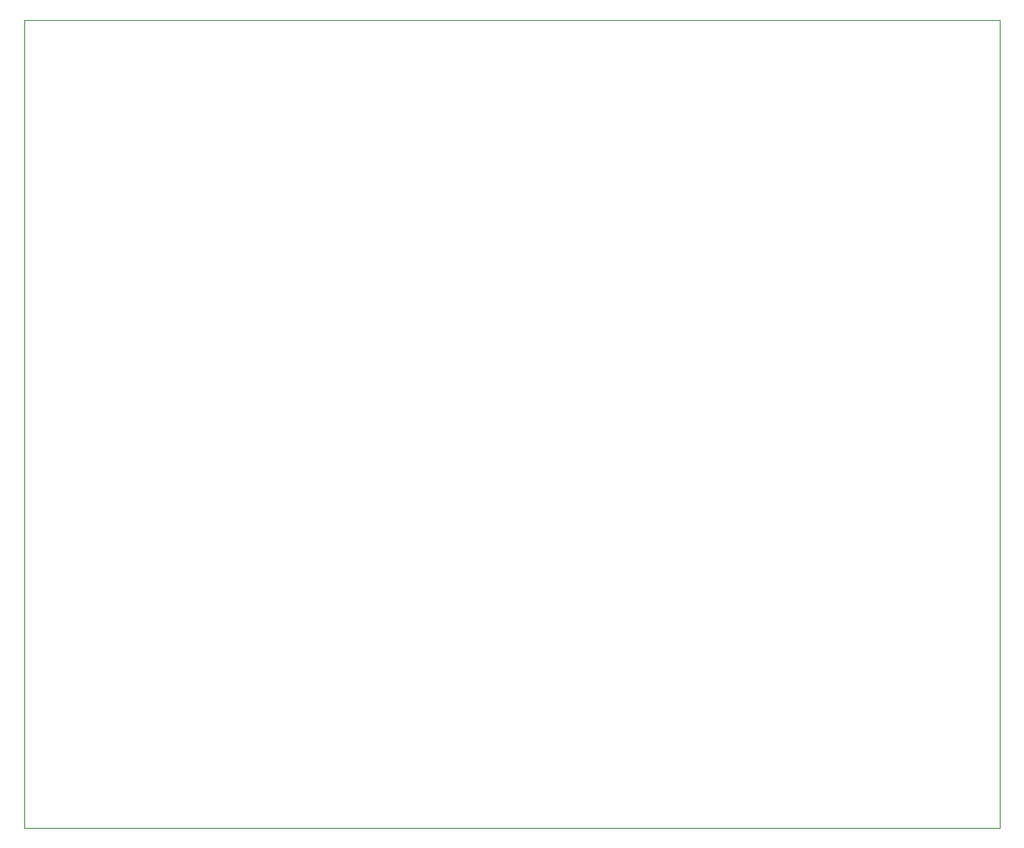
<source format=gbr>
%TF.GenerationSoftware,KiCad,Pcbnew,5.1.8-db9833491~88~ubuntu18.04.1*%
%TF.CreationDate,2021-01-18T16:59:19+01:00*%
%TF.ProjectId,Mqtt32input,4d717474-3332-4696-9e70-75742e6b6963,rev?*%
%TF.SameCoordinates,Original*%
%TF.FileFunction,Profile,NP*%
%FSLAX46Y46*%
G04 Gerber Fmt 4.6, Leading zero omitted, Abs format (unit mm)*
G04 Created by KiCad (PCBNEW 5.1.8-db9833491~88~ubuntu18.04.1) date 2021-01-18 16:59:19*
%MOMM*%
%LPD*%
G01*
G04 APERTURE LIST*
%TA.AperFunction,Profile*%
%ADD10C,0.050000*%
%TD*%
G04 APERTURE END LIST*
D10*
X200660000Y-104140000D02*
X102000000Y-104140000D01*
X102000000Y-104140000D02*
X102000000Y-22400000D01*
X200660000Y-22400000D02*
X200660000Y-104140000D01*
X102000000Y-22400000D02*
X200660000Y-22400000D01*
M02*

</source>
